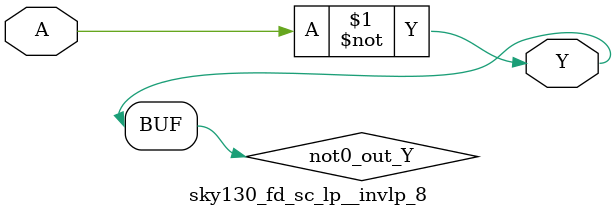
<source format=v>
/*
 * Copyright 2020 The SkyWater PDK Authors
 *
 * Licensed under the Apache License, Version 2.0 (the "License");
 * you may not use this file except in compliance with the License.
 * You may obtain a copy of the License at
 *
 *     https://www.apache.org/licenses/LICENSE-2.0
 *
 * Unless required by applicable law or agreed to in writing, software
 * distributed under the License is distributed on an "AS IS" BASIS,
 * WITHOUT WARRANTIES OR CONDITIONS OF ANY KIND, either express or implied.
 * See the License for the specific language governing permissions and
 * limitations under the License.
 *
 * SPDX-License-Identifier: Apache-2.0
*/


`ifndef SKY130_FD_SC_LP__INVLP_8_FUNCTIONAL_V
`define SKY130_FD_SC_LP__INVLP_8_FUNCTIONAL_V

/**
 * invlp: Low Power Inverter.
 *
 * Verilog simulation functional model.
 */

`timescale 1ns / 1ps
`default_nettype none

`celldefine
module sky130_fd_sc_lp__invlp_8 (
    Y,
    A
);

    // Module ports
    output Y;
    input  A;

    // Local signals
    wire not0_out_Y;

    //  Name  Output      Other arguments
    not not0 (not0_out_Y, A              );
    buf buf0 (Y         , not0_out_Y     );

endmodule
`endcelldefine

`default_nettype wire
`endif  // SKY130_FD_SC_LP__INVLP_8_FUNCTIONAL_V

</source>
